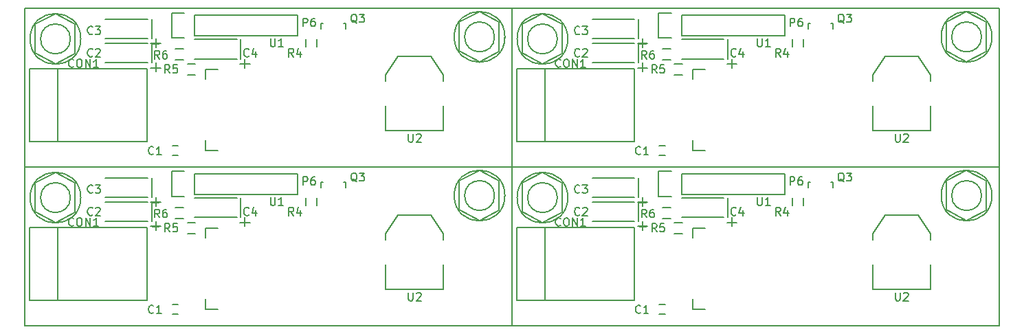
<source format=gbr>
G04 #@! TF.FileFunction,Legend,Top*
%FSLAX46Y46*%
G04 Gerber Fmt 4.6, Leading zero omitted, Abs format (unit mm)*
G04 Created by KiCad (PCBNEW (2015-01-16 BZR 5376)-product) date 1/21/2016 3:46:14 PM*
%MOMM*%
G01*
G04 APERTURE LIST*
%ADD10C,0.100000*%
%ADD11C,0.150000*%
G04 APERTURE END LIST*
D10*
D11*
X206000000Y-77500000D02*
X206000000Y-77000000D01*
X206000000Y-77000000D02*
X146000000Y-77000000D01*
X146000000Y-77000000D02*
X146000000Y-96500000D01*
X146000000Y-96500000D02*
X206000000Y-96500000D01*
X206000000Y-96500000D02*
X206000000Y-77500000D01*
X206000000Y-116050000D02*
X206000000Y-97050000D01*
X146000000Y-116050000D02*
X206000000Y-116050000D01*
X146000000Y-96550000D02*
X146000000Y-116050000D01*
X206000000Y-96550000D02*
X146000000Y-96550000D01*
X206000000Y-97050000D02*
X206000000Y-96550000D01*
X146000000Y-97050000D02*
X146000000Y-96550000D01*
X146000000Y-96550000D02*
X86000000Y-96550000D01*
X86000000Y-96550000D02*
X86000000Y-116050000D01*
X86000000Y-116050000D02*
X146000000Y-116050000D01*
X146000000Y-116050000D02*
X146000000Y-97050000D01*
X146000000Y-96500000D02*
X146000000Y-77500000D01*
X86000000Y-96500000D02*
X146000000Y-96500000D01*
X86000000Y-77000000D02*
X86000000Y-96500000D01*
X146000000Y-77000000D02*
X86000000Y-77000000D01*
X146000000Y-77500000D02*
X146000000Y-77000000D01*
X149750000Y-83850000D02*
X152150000Y-82550000D01*
X147250000Y-82450000D02*
X149750000Y-83850000D01*
X147250000Y-78950000D02*
X149750000Y-77650000D01*
X147250000Y-82550000D02*
X147250000Y-78950000D01*
X152150000Y-78950000D02*
X149750000Y-77650000D01*
X152150000Y-82550000D02*
X152150000Y-78850000D01*
X152874100Y-80750000D02*
G75*
G03X152874100Y-80750000I-3124100J0D01*
G01*
X152850000Y-80750000D02*
X152850000Y-80950000D01*
X151588478Y-80750000D02*
G75*
G03X151588478Y-80750000I-1838478J0D01*
G01*
X168275000Y-94475000D02*
X168275000Y-93225000D01*
X168275000Y-94475000D02*
X169775000Y-94475000D01*
X168275000Y-84475000D02*
X169775000Y-84475000D01*
X168275000Y-84475000D02*
X168275000Y-85725000D01*
X165550000Y-83350000D02*
X164550000Y-83350000D01*
X164550000Y-82000000D02*
X165550000Y-82000000D01*
X167000000Y-85175000D02*
X166000000Y-85175000D01*
X166000000Y-83825000D02*
X167000000Y-83825000D01*
X161100960Y-81301120D02*
X155899040Y-81301120D01*
X155899040Y-83698880D02*
X161100960Y-83698880D01*
X162099180Y-84798700D02*
X162099180Y-83698880D01*
X162698620Y-84298320D02*
X161499740Y-84298320D01*
X161596260Y-83698880D02*
X161596260Y-81301120D01*
X190444000Y-89024000D02*
X190444000Y-92072000D01*
X190444000Y-92072000D02*
X197556000Y-92072000D01*
X197556000Y-92072000D02*
X197556000Y-89024000D01*
X190444000Y-85976000D02*
X190444000Y-85214000D01*
X190444000Y-85214000D02*
X191968000Y-82928000D01*
X191968000Y-82928000D02*
X196032000Y-82928000D01*
X196032000Y-82928000D02*
X197556000Y-85214000D01*
X197556000Y-85214000D02*
X197556000Y-85976000D01*
X180575000Y-81750000D02*
X180575000Y-80750000D01*
X181925000Y-80750000D02*
X181925000Y-81750000D01*
X185299160Y-78849760D02*
X185250900Y-78849760D01*
X182500180Y-79550800D02*
X182500180Y-78849760D01*
X182500180Y-78849760D02*
X182749100Y-78849760D01*
X185299160Y-78849760D02*
X185499820Y-78849760D01*
X185499820Y-78849760D02*
X185499820Y-79550800D01*
X166870000Y-77805000D02*
X179570000Y-77805000D01*
X179570000Y-77805000D02*
X179570000Y-80345000D01*
X179570000Y-80345000D02*
X166870000Y-80345000D01*
X164050000Y-77525000D02*
X165600000Y-77525000D01*
X166870000Y-77805000D02*
X166870000Y-80345000D01*
X165600000Y-80625000D02*
X164050000Y-80625000D01*
X164050000Y-80625000D02*
X164050000Y-77525000D01*
X202000000Y-83600000D02*
X204400000Y-82300000D01*
X199500000Y-82200000D02*
X202000000Y-83600000D01*
X199500000Y-78700000D02*
X202000000Y-77400000D01*
X199500000Y-82300000D02*
X199500000Y-78700000D01*
X204400000Y-78700000D02*
X202000000Y-77400000D01*
X204400000Y-82300000D02*
X204400000Y-78600000D01*
X205124100Y-80500000D02*
G75*
G03X205124100Y-80500000I-3124100J0D01*
G01*
X205100000Y-80500000D02*
X205100000Y-80700000D01*
X203838478Y-80500000D02*
G75*
G03X203838478Y-80500000I-1838478J0D01*
G01*
X150049500Y-84399120D02*
X150049500Y-93400880D01*
X146549380Y-84399120D02*
X146549380Y-93400880D01*
X146549380Y-93400880D02*
X161050240Y-93400880D01*
X161050240Y-93400880D02*
X161050240Y-84399120D01*
X161050240Y-84399120D02*
X146549380Y-84399120D01*
X172100960Y-80801120D02*
X166899040Y-80801120D01*
X166899040Y-83198880D02*
X172100960Y-83198880D01*
X173099180Y-84298700D02*
X173099180Y-83198880D01*
X173698620Y-83798320D02*
X172499740Y-83798320D01*
X172596260Y-83198880D02*
X172596260Y-80801120D01*
X161100960Y-78301120D02*
X155899040Y-78301120D01*
X155899040Y-80698880D02*
X161100960Y-80698880D01*
X162099180Y-81798700D02*
X162099180Y-80698880D01*
X162698620Y-81298320D02*
X161499740Y-81298320D01*
X161596260Y-80698880D02*
X161596260Y-78301120D01*
X164850000Y-95100000D02*
X164150000Y-95100000D01*
X164150000Y-93900000D02*
X164850000Y-93900000D01*
X164850000Y-114650000D02*
X164150000Y-114650000D01*
X164150000Y-113450000D02*
X164850000Y-113450000D01*
X161100960Y-97851120D02*
X155899040Y-97851120D01*
X155899040Y-100248880D02*
X161100960Y-100248880D01*
X162099180Y-101348700D02*
X162099180Y-100248880D01*
X162698620Y-100848320D02*
X161499740Y-100848320D01*
X161596260Y-100248880D02*
X161596260Y-97851120D01*
X172100960Y-100351120D02*
X166899040Y-100351120D01*
X166899040Y-102748880D02*
X172100960Y-102748880D01*
X173099180Y-103848700D02*
X173099180Y-102748880D01*
X173698620Y-103348320D02*
X172499740Y-103348320D01*
X172596260Y-102748880D02*
X172596260Y-100351120D01*
X150049500Y-103949120D02*
X150049500Y-112950880D01*
X146549380Y-103949120D02*
X146549380Y-112950880D01*
X146549380Y-112950880D02*
X161050240Y-112950880D01*
X161050240Y-112950880D02*
X161050240Y-103949120D01*
X161050240Y-103949120D02*
X146549380Y-103949120D01*
X202000000Y-103150000D02*
X204400000Y-101850000D01*
X199500000Y-101750000D02*
X202000000Y-103150000D01*
X199500000Y-98250000D02*
X202000000Y-96950000D01*
X199500000Y-101850000D02*
X199500000Y-98250000D01*
X204400000Y-98250000D02*
X202000000Y-96950000D01*
X204400000Y-101850000D02*
X204400000Y-98150000D01*
X205124100Y-100050000D02*
G75*
G03X205124100Y-100050000I-3124100J0D01*
G01*
X205100000Y-100050000D02*
X205100000Y-100250000D01*
X203838478Y-100050000D02*
G75*
G03X203838478Y-100050000I-1838478J0D01*
G01*
X166870000Y-97355000D02*
X179570000Y-97355000D01*
X179570000Y-97355000D02*
X179570000Y-99895000D01*
X179570000Y-99895000D02*
X166870000Y-99895000D01*
X164050000Y-97075000D02*
X165600000Y-97075000D01*
X166870000Y-97355000D02*
X166870000Y-99895000D01*
X165600000Y-100175000D02*
X164050000Y-100175000D01*
X164050000Y-100175000D02*
X164050000Y-97075000D01*
X185299160Y-98399760D02*
X185250900Y-98399760D01*
X182500180Y-99100800D02*
X182500180Y-98399760D01*
X182500180Y-98399760D02*
X182749100Y-98399760D01*
X185299160Y-98399760D02*
X185499820Y-98399760D01*
X185499820Y-98399760D02*
X185499820Y-99100800D01*
X180575000Y-101300000D02*
X180575000Y-100300000D01*
X181925000Y-100300000D02*
X181925000Y-101300000D01*
X190444000Y-108574000D02*
X190444000Y-111622000D01*
X190444000Y-111622000D02*
X197556000Y-111622000D01*
X197556000Y-111622000D02*
X197556000Y-108574000D01*
X190444000Y-105526000D02*
X190444000Y-104764000D01*
X190444000Y-104764000D02*
X191968000Y-102478000D01*
X191968000Y-102478000D02*
X196032000Y-102478000D01*
X196032000Y-102478000D02*
X197556000Y-104764000D01*
X197556000Y-104764000D02*
X197556000Y-105526000D01*
X161100960Y-100851120D02*
X155899040Y-100851120D01*
X155899040Y-103248880D02*
X161100960Y-103248880D01*
X162099180Y-104348700D02*
X162099180Y-103248880D01*
X162698620Y-103848320D02*
X161499740Y-103848320D01*
X161596260Y-103248880D02*
X161596260Y-100851120D01*
X167000000Y-104725000D02*
X166000000Y-104725000D01*
X166000000Y-103375000D02*
X167000000Y-103375000D01*
X165550000Y-102900000D02*
X164550000Y-102900000D01*
X164550000Y-101550000D02*
X165550000Y-101550000D01*
X168275000Y-114025000D02*
X168275000Y-112775000D01*
X168275000Y-114025000D02*
X169775000Y-114025000D01*
X168275000Y-104025000D02*
X169775000Y-104025000D01*
X168275000Y-104025000D02*
X168275000Y-105275000D01*
X149750000Y-103400000D02*
X152150000Y-102100000D01*
X147250000Y-102000000D02*
X149750000Y-103400000D01*
X147250000Y-98500000D02*
X149750000Y-97200000D01*
X147250000Y-102100000D02*
X147250000Y-98500000D01*
X152150000Y-98500000D02*
X149750000Y-97200000D01*
X152150000Y-102100000D02*
X152150000Y-98400000D01*
X152874100Y-100300000D02*
G75*
G03X152874100Y-100300000I-3124100J0D01*
G01*
X152850000Y-100300000D02*
X152850000Y-100500000D01*
X151588478Y-100300000D02*
G75*
G03X151588478Y-100300000I-1838478J0D01*
G01*
X89750000Y-103400000D02*
X92150000Y-102100000D01*
X87250000Y-102000000D02*
X89750000Y-103400000D01*
X87250000Y-98500000D02*
X89750000Y-97200000D01*
X87250000Y-102100000D02*
X87250000Y-98500000D01*
X92150000Y-98500000D02*
X89750000Y-97200000D01*
X92150000Y-102100000D02*
X92150000Y-98400000D01*
X92874100Y-100300000D02*
G75*
G03X92874100Y-100300000I-3124100J0D01*
G01*
X92850000Y-100300000D02*
X92850000Y-100500000D01*
X91588478Y-100300000D02*
G75*
G03X91588478Y-100300000I-1838478J0D01*
G01*
X108275000Y-114025000D02*
X108275000Y-112775000D01*
X108275000Y-114025000D02*
X109775000Y-114025000D01*
X108275000Y-104025000D02*
X109775000Y-104025000D01*
X108275000Y-104025000D02*
X108275000Y-105275000D01*
X105550000Y-102900000D02*
X104550000Y-102900000D01*
X104550000Y-101550000D02*
X105550000Y-101550000D01*
X107000000Y-104725000D02*
X106000000Y-104725000D01*
X106000000Y-103375000D02*
X107000000Y-103375000D01*
X101100960Y-100851120D02*
X95899040Y-100851120D01*
X95899040Y-103248880D02*
X101100960Y-103248880D01*
X102099180Y-104348700D02*
X102099180Y-103248880D01*
X102698620Y-103848320D02*
X101499740Y-103848320D01*
X101596260Y-103248880D02*
X101596260Y-100851120D01*
X130444000Y-108574000D02*
X130444000Y-111622000D01*
X130444000Y-111622000D02*
X137556000Y-111622000D01*
X137556000Y-111622000D02*
X137556000Y-108574000D01*
X130444000Y-105526000D02*
X130444000Y-104764000D01*
X130444000Y-104764000D02*
X131968000Y-102478000D01*
X131968000Y-102478000D02*
X136032000Y-102478000D01*
X136032000Y-102478000D02*
X137556000Y-104764000D01*
X137556000Y-104764000D02*
X137556000Y-105526000D01*
X120575000Y-101300000D02*
X120575000Y-100300000D01*
X121925000Y-100300000D02*
X121925000Y-101300000D01*
X125299160Y-98399760D02*
X125250900Y-98399760D01*
X122500180Y-99100800D02*
X122500180Y-98399760D01*
X122500180Y-98399760D02*
X122749100Y-98399760D01*
X125299160Y-98399760D02*
X125499820Y-98399760D01*
X125499820Y-98399760D02*
X125499820Y-99100800D01*
X106870000Y-97355000D02*
X119570000Y-97355000D01*
X119570000Y-97355000D02*
X119570000Y-99895000D01*
X119570000Y-99895000D02*
X106870000Y-99895000D01*
X104050000Y-97075000D02*
X105600000Y-97075000D01*
X106870000Y-97355000D02*
X106870000Y-99895000D01*
X105600000Y-100175000D02*
X104050000Y-100175000D01*
X104050000Y-100175000D02*
X104050000Y-97075000D01*
X142000000Y-103150000D02*
X144400000Y-101850000D01*
X139500000Y-101750000D02*
X142000000Y-103150000D01*
X139500000Y-98250000D02*
X142000000Y-96950000D01*
X139500000Y-101850000D02*
X139500000Y-98250000D01*
X144400000Y-98250000D02*
X142000000Y-96950000D01*
X144400000Y-101850000D02*
X144400000Y-98150000D01*
X145124100Y-100050000D02*
G75*
G03X145124100Y-100050000I-3124100J0D01*
G01*
X145100000Y-100050000D02*
X145100000Y-100250000D01*
X143838478Y-100050000D02*
G75*
G03X143838478Y-100050000I-1838478J0D01*
G01*
X90049500Y-103949120D02*
X90049500Y-112950880D01*
X86549380Y-103949120D02*
X86549380Y-112950880D01*
X86549380Y-112950880D02*
X101050240Y-112950880D01*
X101050240Y-112950880D02*
X101050240Y-103949120D01*
X101050240Y-103949120D02*
X86549380Y-103949120D01*
X112100960Y-100351120D02*
X106899040Y-100351120D01*
X106899040Y-102748880D02*
X112100960Y-102748880D01*
X113099180Y-103848700D02*
X113099180Y-102748880D01*
X113698620Y-103348320D02*
X112499740Y-103348320D01*
X112596260Y-102748880D02*
X112596260Y-100351120D01*
X101100960Y-97851120D02*
X95899040Y-97851120D01*
X95899040Y-100248880D02*
X101100960Y-100248880D01*
X102099180Y-101348700D02*
X102099180Y-100248880D01*
X102698620Y-100848320D02*
X101499740Y-100848320D01*
X101596260Y-100248880D02*
X101596260Y-97851120D01*
X104850000Y-114650000D02*
X104150000Y-114650000D01*
X104150000Y-113450000D02*
X104850000Y-113450000D01*
X104850000Y-95100000D02*
X104150000Y-95100000D01*
X104150000Y-93900000D02*
X104850000Y-93900000D01*
X101100960Y-78301120D02*
X95899040Y-78301120D01*
X95899040Y-80698880D02*
X101100960Y-80698880D01*
X102099180Y-81798700D02*
X102099180Y-80698880D01*
X102698620Y-81298320D02*
X101499740Y-81298320D01*
X101596260Y-80698880D02*
X101596260Y-78301120D01*
X112100960Y-80801120D02*
X106899040Y-80801120D01*
X106899040Y-83198880D02*
X112100960Y-83198880D01*
X113099180Y-84298700D02*
X113099180Y-83198880D01*
X113698620Y-83798320D02*
X112499740Y-83798320D01*
X112596260Y-83198880D02*
X112596260Y-80801120D01*
X90049500Y-84399120D02*
X90049500Y-93400880D01*
X86549380Y-84399120D02*
X86549380Y-93400880D01*
X86549380Y-93400880D02*
X101050240Y-93400880D01*
X101050240Y-93400880D02*
X101050240Y-84399120D01*
X101050240Y-84399120D02*
X86549380Y-84399120D01*
X142000000Y-83600000D02*
X144400000Y-82300000D01*
X139500000Y-82200000D02*
X142000000Y-83600000D01*
X139500000Y-78700000D02*
X142000000Y-77400000D01*
X139500000Y-82300000D02*
X139500000Y-78700000D01*
X144400000Y-78700000D02*
X142000000Y-77400000D01*
X144400000Y-82300000D02*
X144400000Y-78600000D01*
X145124100Y-80500000D02*
G75*
G03X145124100Y-80500000I-3124100J0D01*
G01*
X145100000Y-80500000D02*
X145100000Y-80700000D01*
X143838478Y-80500000D02*
G75*
G03X143838478Y-80500000I-1838478J0D01*
G01*
X106870000Y-77805000D02*
X119570000Y-77805000D01*
X119570000Y-77805000D02*
X119570000Y-80345000D01*
X119570000Y-80345000D02*
X106870000Y-80345000D01*
X104050000Y-77525000D02*
X105600000Y-77525000D01*
X106870000Y-77805000D02*
X106870000Y-80345000D01*
X105600000Y-80625000D02*
X104050000Y-80625000D01*
X104050000Y-80625000D02*
X104050000Y-77525000D01*
X125299160Y-78849760D02*
X125250900Y-78849760D01*
X122500180Y-79550800D02*
X122500180Y-78849760D01*
X122500180Y-78849760D02*
X122749100Y-78849760D01*
X125299160Y-78849760D02*
X125499820Y-78849760D01*
X125499820Y-78849760D02*
X125499820Y-79550800D01*
X120575000Y-81750000D02*
X120575000Y-80750000D01*
X121925000Y-80750000D02*
X121925000Y-81750000D01*
X130444000Y-89024000D02*
X130444000Y-92072000D01*
X130444000Y-92072000D02*
X137556000Y-92072000D01*
X137556000Y-92072000D02*
X137556000Y-89024000D01*
X130444000Y-85976000D02*
X130444000Y-85214000D01*
X130444000Y-85214000D02*
X131968000Y-82928000D01*
X131968000Y-82928000D02*
X136032000Y-82928000D01*
X136032000Y-82928000D02*
X137556000Y-85214000D01*
X137556000Y-85214000D02*
X137556000Y-85976000D01*
X101100960Y-81301120D02*
X95899040Y-81301120D01*
X95899040Y-83698880D02*
X101100960Y-83698880D01*
X102099180Y-84798700D02*
X102099180Y-83698880D01*
X102698620Y-84298320D02*
X101499740Y-84298320D01*
X101596260Y-83698880D02*
X101596260Y-81301120D01*
X107000000Y-85175000D02*
X106000000Y-85175000D01*
X106000000Y-83825000D02*
X107000000Y-83825000D01*
X105550000Y-83350000D02*
X104550000Y-83350000D01*
X104550000Y-82000000D02*
X105550000Y-82000000D01*
X108275000Y-94475000D02*
X108275000Y-93225000D01*
X108275000Y-94475000D02*
X109775000Y-94475000D01*
X108275000Y-84475000D02*
X109775000Y-84475000D01*
X108275000Y-84475000D02*
X108275000Y-85725000D01*
X89750000Y-83850000D02*
X92150000Y-82550000D01*
X87250000Y-82450000D02*
X89750000Y-83850000D01*
X87250000Y-78950000D02*
X89750000Y-77650000D01*
X87250000Y-82550000D02*
X87250000Y-78950000D01*
X92150000Y-78950000D02*
X89750000Y-77650000D01*
X92150000Y-82550000D02*
X92150000Y-78850000D01*
X92874100Y-80750000D02*
G75*
G03X92874100Y-80750000I-3124100J0D01*
G01*
X92850000Y-80750000D02*
X92850000Y-80950000D01*
X91588478Y-80750000D02*
G75*
G03X91588478Y-80750000I-1838478J0D01*
G01*
X176238095Y-80702381D02*
X176238095Y-81511905D01*
X176285714Y-81607143D01*
X176333333Y-81654762D01*
X176428571Y-81702381D01*
X176619048Y-81702381D01*
X176714286Y-81654762D01*
X176761905Y-81607143D01*
X176809524Y-81511905D01*
X176809524Y-80702381D01*
X177809524Y-81702381D02*
X177238095Y-81702381D01*
X177523809Y-81702381D02*
X177523809Y-80702381D01*
X177428571Y-80845238D01*
X177333333Y-80940476D01*
X177238095Y-80988095D01*
X162583334Y-83202381D02*
X162250000Y-82726190D01*
X162011905Y-83202381D02*
X162011905Y-82202381D01*
X162392858Y-82202381D01*
X162488096Y-82250000D01*
X162535715Y-82297619D01*
X162583334Y-82392857D01*
X162583334Y-82535714D01*
X162535715Y-82630952D01*
X162488096Y-82678571D01*
X162392858Y-82726190D01*
X162011905Y-82726190D01*
X163440477Y-82202381D02*
X163250000Y-82202381D01*
X163154762Y-82250000D01*
X163107143Y-82297619D01*
X163011905Y-82440476D01*
X162964286Y-82630952D01*
X162964286Y-83011905D01*
X163011905Y-83107143D01*
X163059524Y-83154762D01*
X163154762Y-83202381D01*
X163345239Y-83202381D01*
X163440477Y-83154762D01*
X163488096Y-83107143D01*
X163535715Y-83011905D01*
X163535715Y-82773810D01*
X163488096Y-82678571D01*
X163440477Y-82630952D01*
X163345239Y-82583333D01*
X163154762Y-82583333D01*
X163059524Y-82630952D01*
X163011905Y-82678571D01*
X162964286Y-82773810D01*
X163833334Y-84952381D02*
X163500000Y-84476190D01*
X163261905Y-84952381D02*
X163261905Y-83952381D01*
X163642858Y-83952381D01*
X163738096Y-84000000D01*
X163785715Y-84047619D01*
X163833334Y-84142857D01*
X163833334Y-84285714D01*
X163785715Y-84380952D01*
X163738096Y-84428571D01*
X163642858Y-84476190D01*
X163261905Y-84476190D01*
X164738096Y-83952381D02*
X164261905Y-83952381D01*
X164214286Y-84428571D01*
X164261905Y-84380952D01*
X164357143Y-84333333D01*
X164595239Y-84333333D01*
X164690477Y-84380952D01*
X164738096Y-84428571D01*
X164785715Y-84523810D01*
X164785715Y-84761905D01*
X164738096Y-84857143D01*
X164690477Y-84904762D01*
X164595239Y-84952381D01*
X164357143Y-84952381D01*
X164261905Y-84904762D01*
X164214286Y-84857143D01*
X154333334Y-82857143D02*
X154285715Y-82904762D01*
X154142858Y-82952381D01*
X154047620Y-82952381D01*
X153904762Y-82904762D01*
X153809524Y-82809524D01*
X153761905Y-82714286D01*
X153714286Y-82523810D01*
X153714286Y-82380952D01*
X153761905Y-82190476D01*
X153809524Y-82095238D01*
X153904762Y-82000000D01*
X154047620Y-81952381D01*
X154142858Y-81952381D01*
X154285715Y-82000000D01*
X154333334Y-82047619D01*
X154714286Y-82047619D02*
X154761905Y-82000000D01*
X154857143Y-81952381D01*
X155095239Y-81952381D01*
X155190477Y-82000000D01*
X155238096Y-82047619D01*
X155285715Y-82142857D01*
X155285715Y-82238095D01*
X155238096Y-82380952D01*
X154666667Y-82952381D01*
X155285715Y-82952381D01*
X161718228Y-84372289D02*
X162480133Y-84372289D01*
X162099181Y-84753241D02*
X162099181Y-83991336D01*
X193238095Y-92452381D02*
X193238095Y-93261905D01*
X193285714Y-93357143D01*
X193333333Y-93404762D01*
X193428571Y-93452381D01*
X193619048Y-93452381D01*
X193714286Y-93404762D01*
X193761905Y-93357143D01*
X193809524Y-93261905D01*
X193809524Y-92452381D01*
X194238095Y-92547619D02*
X194285714Y-92500000D01*
X194380952Y-92452381D01*
X194619048Y-92452381D01*
X194714286Y-92500000D01*
X194761905Y-92547619D01*
X194809524Y-92642857D01*
X194809524Y-92738095D01*
X194761905Y-92880952D01*
X194190476Y-93452381D01*
X194809524Y-93452381D01*
X179083334Y-82952381D02*
X178750000Y-82476190D01*
X178511905Y-82952381D02*
X178511905Y-81952381D01*
X178892858Y-81952381D01*
X178988096Y-82000000D01*
X179035715Y-82047619D01*
X179083334Y-82142857D01*
X179083334Y-82285714D01*
X179035715Y-82380952D01*
X178988096Y-82428571D01*
X178892858Y-82476190D01*
X178511905Y-82476190D01*
X179940477Y-82285714D02*
X179940477Y-82952381D01*
X179702381Y-81904762D02*
X179464286Y-82619048D01*
X180083334Y-82619048D01*
X186904762Y-78797619D02*
X186809524Y-78750000D01*
X186714286Y-78654762D01*
X186571429Y-78511905D01*
X186476190Y-78464286D01*
X186380952Y-78464286D01*
X186428571Y-78702381D02*
X186333333Y-78654762D01*
X186238095Y-78559524D01*
X186190476Y-78369048D01*
X186190476Y-78035714D01*
X186238095Y-77845238D01*
X186333333Y-77750000D01*
X186428571Y-77702381D01*
X186619048Y-77702381D01*
X186714286Y-77750000D01*
X186809524Y-77845238D01*
X186857143Y-78035714D01*
X186857143Y-78369048D01*
X186809524Y-78559524D01*
X186714286Y-78654762D01*
X186619048Y-78702381D01*
X186428571Y-78702381D01*
X187190476Y-77702381D02*
X187809524Y-77702381D01*
X187476190Y-78083333D01*
X187619048Y-78083333D01*
X187714286Y-78130952D01*
X187761905Y-78178571D01*
X187809524Y-78273810D01*
X187809524Y-78511905D01*
X187761905Y-78607143D01*
X187714286Y-78654762D01*
X187619048Y-78702381D01*
X187333333Y-78702381D01*
X187238095Y-78654762D01*
X187190476Y-78607143D01*
X180261905Y-79202381D02*
X180261905Y-78202381D01*
X180642858Y-78202381D01*
X180738096Y-78250000D01*
X180785715Y-78297619D01*
X180833334Y-78392857D01*
X180833334Y-78535714D01*
X180785715Y-78630952D01*
X180738096Y-78678571D01*
X180642858Y-78726190D01*
X180261905Y-78726190D01*
X181690477Y-78202381D02*
X181500000Y-78202381D01*
X181404762Y-78250000D01*
X181357143Y-78297619D01*
X181261905Y-78440476D01*
X181214286Y-78630952D01*
X181214286Y-79011905D01*
X181261905Y-79107143D01*
X181309524Y-79154762D01*
X181404762Y-79202381D01*
X181595239Y-79202381D01*
X181690477Y-79154762D01*
X181738096Y-79107143D01*
X181785715Y-79011905D01*
X181785715Y-78773810D01*
X181738096Y-78678571D01*
X181690477Y-78630952D01*
X181595239Y-78583333D01*
X181404762Y-78583333D01*
X181309524Y-78630952D01*
X181261905Y-78678571D01*
X181214286Y-78773810D01*
X151985715Y-84157143D02*
X151938096Y-84204762D01*
X151795239Y-84252381D01*
X151700001Y-84252381D01*
X151557143Y-84204762D01*
X151461905Y-84109524D01*
X151414286Y-84014286D01*
X151366667Y-83823810D01*
X151366667Y-83680952D01*
X151414286Y-83490476D01*
X151461905Y-83395238D01*
X151557143Y-83300000D01*
X151700001Y-83252381D01*
X151795239Y-83252381D01*
X151938096Y-83300000D01*
X151985715Y-83347619D01*
X152604762Y-83252381D02*
X152795239Y-83252381D01*
X152890477Y-83300000D01*
X152985715Y-83395238D01*
X153033334Y-83585714D01*
X153033334Y-83919048D01*
X152985715Y-84109524D01*
X152890477Y-84204762D01*
X152795239Y-84252381D01*
X152604762Y-84252381D01*
X152509524Y-84204762D01*
X152414286Y-84109524D01*
X152366667Y-83919048D01*
X152366667Y-83585714D01*
X152414286Y-83395238D01*
X152509524Y-83300000D01*
X152604762Y-83252381D01*
X153461905Y-84252381D02*
X153461905Y-83252381D01*
X154033334Y-84252381D01*
X154033334Y-83252381D01*
X155033334Y-84252381D02*
X154461905Y-84252381D01*
X154747619Y-84252381D02*
X154747619Y-83252381D01*
X154652381Y-83395238D01*
X154557143Y-83490476D01*
X154461905Y-83538095D01*
X173583334Y-82857143D02*
X173535715Y-82904762D01*
X173392858Y-82952381D01*
X173297620Y-82952381D01*
X173154762Y-82904762D01*
X173059524Y-82809524D01*
X173011905Y-82714286D01*
X172964286Y-82523810D01*
X172964286Y-82380952D01*
X173011905Y-82190476D01*
X173059524Y-82095238D01*
X173154762Y-82000000D01*
X173297620Y-81952381D01*
X173392858Y-81952381D01*
X173535715Y-82000000D01*
X173583334Y-82047619D01*
X174440477Y-82285714D02*
X174440477Y-82952381D01*
X174202381Y-81904762D02*
X173964286Y-82619048D01*
X174583334Y-82619048D01*
X172718228Y-83872289D02*
X173480133Y-83872289D01*
X173099181Y-84253241D02*
X173099181Y-83491336D01*
X154333334Y-80107143D02*
X154285715Y-80154762D01*
X154142858Y-80202381D01*
X154047620Y-80202381D01*
X153904762Y-80154762D01*
X153809524Y-80059524D01*
X153761905Y-79964286D01*
X153714286Y-79773810D01*
X153714286Y-79630952D01*
X153761905Y-79440476D01*
X153809524Y-79345238D01*
X153904762Y-79250000D01*
X154047620Y-79202381D01*
X154142858Y-79202381D01*
X154285715Y-79250000D01*
X154333334Y-79297619D01*
X154666667Y-79202381D02*
X155285715Y-79202381D01*
X154952381Y-79583333D01*
X155095239Y-79583333D01*
X155190477Y-79630952D01*
X155238096Y-79678571D01*
X155285715Y-79773810D01*
X155285715Y-80011905D01*
X155238096Y-80107143D01*
X155190477Y-80154762D01*
X155095239Y-80202381D01*
X154809524Y-80202381D01*
X154714286Y-80154762D01*
X154666667Y-80107143D01*
X161718228Y-81372289D02*
X162480133Y-81372289D01*
X162099181Y-81753241D02*
X162099181Y-80991336D01*
X161833334Y-94907143D02*
X161785715Y-94954762D01*
X161642858Y-95002381D01*
X161547620Y-95002381D01*
X161404762Y-94954762D01*
X161309524Y-94859524D01*
X161261905Y-94764286D01*
X161214286Y-94573810D01*
X161214286Y-94430952D01*
X161261905Y-94240476D01*
X161309524Y-94145238D01*
X161404762Y-94050000D01*
X161547620Y-94002381D01*
X161642858Y-94002381D01*
X161785715Y-94050000D01*
X161833334Y-94097619D01*
X162785715Y-95002381D02*
X162214286Y-95002381D01*
X162500000Y-95002381D02*
X162500000Y-94002381D01*
X162404762Y-94145238D01*
X162309524Y-94240476D01*
X162214286Y-94288095D01*
X161833334Y-114457143D02*
X161785715Y-114504762D01*
X161642858Y-114552381D01*
X161547620Y-114552381D01*
X161404762Y-114504762D01*
X161309524Y-114409524D01*
X161261905Y-114314286D01*
X161214286Y-114123810D01*
X161214286Y-113980952D01*
X161261905Y-113790476D01*
X161309524Y-113695238D01*
X161404762Y-113600000D01*
X161547620Y-113552381D01*
X161642858Y-113552381D01*
X161785715Y-113600000D01*
X161833334Y-113647619D01*
X162785715Y-114552381D02*
X162214286Y-114552381D01*
X162500000Y-114552381D02*
X162500000Y-113552381D01*
X162404762Y-113695238D01*
X162309524Y-113790476D01*
X162214286Y-113838095D01*
X154333334Y-99657143D02*
X154285715Y-99704762D01*
X154142858Y-99752381D01*
X154047620Y-99752381D01*
X153904762Y-99704762D01*
X153809524Y-99609524D01*
X153761905Y-99514286D01*
X153714286Y-99323810D01*
X153714286Y-99180952D01*
X153761905Y-98990476D01*
X153809524Y-98895238D01*
X153904762Y-98800000D01*
X154047620Y-98752381D01*
X154142858Y-98752381D01*
X154285715Y-98800000D01*
X154333334Y-98847619D01*
X154666667Y-98752381D02*
X155285715Y-98752381D01*
X154952381Y-99133333D01*
X155095239Y-99133333D01*
X155190477Y-99180952D01*
X155238096Y-99228571D01*
X155285715Y-99323810D01*
X155285715Y-99561905D01*
X155238096Y-99657143D01*
X155190477Y-99704762D01*
X155095239Y-99752381D01*
X154809524Y-99752381D01*
X154714286Y-99704762D01*
X154666667Y-99657143D01*
X161718228Y-100922289D02*
X162480133Y-100922289D01*
X162099181Y-101303241D02*
X162099181Y-100541336D01*
X173583334Y-102407143D02*
X173535715Y-102454762D01*
X173392858Y-102502381D01*
X173297620Y-102502381D01*
X173154762Y-102454762D01*
X173059524Y-102359524D01*
X173011905Y-102264286D01*
X172964286Y-102073810D01*
X172964286Y-101930952D01*
X173011905Y-101740476D01*
X173059524Y-101645238D01*
X173154762Y-101550000D01*
X173297620Y-101502381D01*
X173392858Y-101502381D01*
X173535715Y-101550000D01*
X173583334Y-101597619D01*
X174440477Y-101835714D02*
X174440477Y-102502381D01*
X174202381Y-101454762D02*
X173964286Y-102169048D01*
X174583334Y-102169048D01*
X172718228Y-103422289D02*
X173480133Y-103422289D01*
X173099181Y-103803241D02*
X173099181Y-103041336D01*
X151985715Y-103707143D02*
X151938096Y-103754762D01*
X151795239Y-103802381D01*
X151700001Y-103802381D01*
X151557143Y-103754762D01*
X151461905Y-103659524D01*
X151414286Y-103564286D01*
X151366667Y-103373810D01*
X151366667Y-103230952D01*
X151414286Y-103040476D01*
X151461905Y-102945238D01*
X151557143Y-102850000D01*
X151700001Y-102802381D01*
X151795239Y-102802381D01*
X151938096Y-102850000D01*
X151985715Y-102897619D01*
X152604762Y-102802381D02*
X152795239Y-102802381D01*
X152890477Y-102850000D01*
X152985715Y-102945238D01*
X153033334Y-103135714D01*
X153033334Y-103469048D01*
X152985715Y-103659524D01*
X152890477Y-103754762D01*
X152795239Y-103802381D01*
X152604762Y-103802381D01*
X152509524Y-103754762D01*
X152414286Y-103659524D01*
X152366667Y-103469048D01*
X152366667Y-103135714D01*
X152414286Y-102945238D01*
X152509524Y-102850000D01*
X152604762Y-102802381D01*
X153461905Y-103802381D02*
X153461905Y-102802381D01*
X154033334Y-103802381D01*
X154033334Y-102802381D01*
X155033334Y-103802381D02*
X154461905Y-103802381D01*
X154747619Y-103802381D02*
X154747619Y-102802381D01*
X154652381Y-102945238D01*
X154557143Y-103040476D01*
X154461905Y-103088095D01*
X180261905Y-98752381D02*
X180261905Y-97752381D01*
X180642858Y-97752381D01*
X180738096Y-97800000D01*
X180785715Y-97847619D01*
X180833334Y-97942857D01*
X180833334Y-98085714D01*
X180785715Y-98180952D01*
X180738096Y-98228571D01*
X180642858Y-98276190D01*
X180261905Y-98276190D01*
X181690477Y-97752381D02*
X181500000Y-97752381D01*
X181404762Y-97800000D01*
X181357143Y-97847619D01*
X181261905Y-97990476D01*
X181214286Y-98180952D01*
X181214286Y-98561905D01*
X181261905Y-98657143D01*
X181309524Y-98704762D01*
X181404762Y-98752381D01*
X181595239Y-98752381D01*
X181690477Y-98704762D01*
X181738096Y-98657143D01*
X181785715Y-98561905D01*
X181785715Y-98323810D01*
X181738096Y-98228571D01*
X181690477Y-98180952D01*
X181595239Y-98133333D01*
X181404762Y-98133333D01*
X181309524Y-98180952D01*
X181261905Y-98228571D01*
X181214286Y-98323810D01*
X186904762Y-98347619D02*
X186809524Y-98300000D01*
X186714286Y-98204762D01*
X186571429Y-98061905D01*
X186476190Y-98014286D01*
X186380952Y-98014286D01*
X186428571Y-98252381D02*
X186333333Y-98204762D01*
X186238095Y-98109524D01*
X186190476Y-97919048D01*
X186190476Y-97585714D01*
X186238095Y-97395238D01*
X186333333Y-97300000D01*
X186428571Y-97252381D01*
X186619048Y-97252381D01*
X186714286Y-97300000D01*
X186809524Y-97395238D01*
X186857143Y-97585714D01*
X186857143Y-97919048D01*
X186809524Y-98109524D01*
X186714286Y-98204762D01*
X186619048Y-98252381D01*
X186428571Y-98252381D01*
X187190476Y-97252381D02*
X187809524Y-97252381D01*
X187476190Y-97633333D01*
X187619048Y-97633333D01*
X187714286Y-97680952D01*
X187761905Y-97728571D01*
X187809524Y-97823810D01*
X187809524Y-98061905D01*
X187761905Y-98157143D01*
X187714286Y-98204762D01*
X187619048Y-98252381D01*
X187333333Y-98252381D01*
X187238095Y-98204762D01*
X187190476Y-98157143D01*
X179083334Y-102502381D02*
X178750000Y-102026190D01*
X178511905Y-102502381D02*
X178511905Y-101502381D01*
X178892858Y-101502381D01*
X178988096Y-101550000D01*
X179035715Y-101597619D01*
X179083334Y-101692857D01*
X179083334Y-101835714D01*
X179035715Y-101930952D01*
X178988096Y-101978571D01*
X178892858Y-102026190D01*
X178511905Y-102026190D01*
X179940477Y-101835714D02*
X179940477Y-102502381D01*
X179702381Y-101454762D02*
X179464286Y-102169048D01*
X180083334Y-102169048D01*
X193238095Y-112002381D02*
X193238095Y-112811905D01*
X193285714Y-112907143D01*
X193333333Y-112954762D01*
X193428571Y-113002381D01*
X193619048Y-113002381D01*
X193714286Y-112954762D01*
X193761905Y-112907143D01*
X193809524Y-112811905D01*
X193809524Y-112002381D01*
X194238095Y-112097619D02*
X194285714Y-112050000D01*
X194380952Y-112002381D01*
X194619048Y-112002381D01*
X194714286Y-112050000D01*
X194761905Y-112097619D01*
X194809524Y-112192857D01*
X194809524Y-112288095D01*
X194761905Y-112430952D01*
X194190476Y-113002381D01*
X194809524Y-113002381D01*
X154333334Y-102407143D02*
X154285715Y-102454762D01*
X154142858Y-102502381D01*
X154047620Y-102502381D01*
X153904762Y-102454762D01*
X153809524Y-102359524D01*
X153761905Y-102264286D01*
X153714286Y-102073810D01*
X153714286Y-101930952D01*
X153761905Y-101740476D01*
X153809524Y-101645238D01*
X153904762Y-101550000D01*
X154047620Y-101502381D01*
X154142858Y-101502381D01*
X154285715Y-101550000D01*
X154333334Y-101597619D01*
X154714286Y-101597619D02*
X154761905Y-101550000D01*
X154857143Y-101502381D01*
X155095239Y-101502381D01*
X155190477Y-101550000D01*
X155238096Y-101597619D01*
X155285715Y-101692857D01*
X155285715Y-101788095D01*
X155238096Y-101930952D01*
X154666667Y-102502381D01*
X155285715Y-102502381D01*
X161718228Y-103922289D02*
X162480133Y-103922289D01*
X162099181Y-104303241D02*
X162099181Y-103541336D01*
X163833334Y-104502381D02*
X163500000Y-104026190D01*
X163261905Y-104502381D02*
X163261905Y-103502381D01*
X163642858Y-103502381D01*
X163738096Y-103550000D01*
X163785715Y-103597619D01*
X163833334Y-103692857D01*
X163833334Y-103835714D01*
X163785715Y-103930952D01*
X163738096Y-103978571D01*
X163642858Y-104026190D01*
X163261905Y-104026190D01*
X164738096Y-103502381D02*
X164261905Y-103502381D01*
X164214286Y-103978571D01*
X164261905Y-103930952D01*
X164357143Y-103883333D01*
X164595239Y-103883333D01*
X164690477Y-103930952D01*
X164738096Y-103978571D01*
X164785715Y-104073810D01*
X164785715Y-104311905D01*
X164738096Y-104407143D01*
X164690477Y-104454762D01*
X164595239Y-104502381D01*
X164357143Y-104502381D01*
X164261905Y-104454762D01*
X164214286Y-104407143D01*
X162583334Y-102752381D02*
X162250000Y-102276190D01*
X162011905Y-102752381D02*
X162011905Y-101752381D01*
X162392858Y-101752381D01*
X162488096Y-101800000D01*
X162535715Y-101847619D01*
X162583334Y-101942857D01*
X162583334Y-102085714D01*
X162535715Y-102180952D01*
X162488096Y-102228571D01*
X162392858Y-102276190D01*
X162011905Y-102276190D01*
X163440477Y-101752381D02*
X163250000Y-101752381D01*
X163154762Y-101800000D01*
X163107143Y-101847619D01*
X163011905Y-101990476D01*
X162964286Y-102180952D01*
X162964286Y-102561905D01*
X163011905Y-102657143D01*
X163059524Y-102704762D01*
X163154762Y-102752381D01*
X163345239Y-102752381D01*
X163440477Y-102704762D01*
X163488096Y-102657143D01*
X163535715Y-102561905D01*
X163535715Y-102323810D01*
X163488096Y-102228571D01*
X163440477Y-102180952D01*
X163345239Y-102133333D01*
X163154762Y-102133333D01*
X163059524Y-102180952D01*
X163011905Y-102228571D01*
X162964286Y-102323810D01*
X176238095Y-100252381D02*
X176238095Y-101061905D01*
X176285714Y-101157143D01*
X176333333Y-101204762D01*
X176428571Y-101252381D01*
X176619048Y-101252381D01*
X176714286Y-101204762D01*
X176761905Y-101157143D01*
X176809524Y-101061905D01*
X176809524Y-100252381D01*
X177809524Y-101252381D02*
X177238095Y-101252381D01*
X177523809Y-101252381D02*
X177523809Y-100252381D01*
X177428571Y-100395238D01*
X177333333Y-100490476D01*
X177238095Y-100538095D01*
X116238095Y-100252381D02*
X116238095Y-101061905D01*
X116285714Y-101157143D01*
X116333333Y-101204762D01*
X116428571Y-101252381D01*
X116619048Y-101252381D01*
X116714286Y-101204762D01*
X116761905Y-101157143D01*
X116809524Y-101061905D01*
X116809524Y-100252381D01*
X117809524Y-101252381D02*
X117238095Y-101252381D01*
X117523809Y-101252381D02*
X117523809Y-100252381D01*
X117428571Y-100395238D01*
X117333333Y-100490476D01*
X117238095Y-100538095D01*
X102583334Y-102752381D02*
X102250000Y-102276190D01*
X102011905Y-102752381D02*
X102011905Y-101752381D01*
X102392858Y-101752381D01*
X102488096Y-101800000D01*
X102535715Y-101847619D01*
X102583334Y-101942857D01*
X102583334Y-102085714D01*
X102535715Y-102180952D01*
X102488096Y-102228571D01*
X102392858Y-102276190D01*
X102011905Y-102276190D01*
X103440477Y-101752381D02*
X103250000Y-101752381D01*
X103154762Y-101800000D01*
X103107143Y-101847619D01*
X103011905Y-101990476D01*
X102964286Y-102180952D01*
X102964286Y-102561905D01*
X103011905Y-102657143D01*
X103059524Y-102704762D01*
X103154762Y-102752381D01*
X103345239Y-102752381D01*
X103440477Y-102704762D01*
X103488096Y-102657143D01*
X103535715Y-102561905D01*
X103535715Y-102323810D01*
X103488096Y-102228571D01*
X103440477Y-102180952D01*
X103345239Y-102133333D01*
X103154762Y-102133333D01*
X103059524Y-102180952D01*
X103011905Y-102228571D01*
X102964286Y-102323810D01*
X103833334Y-104502381D02*
X103500000Y-104026190D01*
X103261905Y-104502381D02*
X103261905Y-103502381D01*
X103642858Y-103502381D01*
X103738096Y-103550000D01*
X103785715Y-103597619D01*
X103833334Y-103692857D01*
X103833334Y-103835714D01*
X103785715Y-103930952D01*
X103738096Y-103978571D01*
X103642858Y-104026190D01*
X103261905Y-104026190D01*
X104738096Y-103502381D02*
X104261905Y-103502381D01*
X104214286Y-103978571D01*
X104261905Y-103930952D01*
X104357143Y-103883333D01*
X104595239Y-103883333D01*
X104690477Y-103930952D01*
X104738096Y-103978571D01*
X104785715Y-104073810D01*
X104785715Y-104311905D01*
X104738096Y-104407143D01*
X104690477Y-104454762D01*
X104595239Y-104502381D01*
X104357143Y-104502381D01*
X104261905Y-104454762D01*
X104214286Y-104407143D01*
X94333334Y-102407143D02*
X94285715Y-102454762D01*
X94142858Y-102502381D01*
X94047620Y-102502381D01*
X93904762Y-102454762D01*
X93809524Y-102359524D01*
X93761905Y-102264286D01*
X93714286Y-102073810D01*
X93714286Y-101930952D01*
X93761905Y-101740476D01*
X93809524Y-101645238D01*
X93904762Y-101550000D01*
X94047620Y-101502381D01*
X94142858Y-101502381D01*
X94285715Y-101550000D01*
X94333334Y-101597619D01*
X94714286Y-101597619D02*
X94761905Y-101550000D01*
X94857143Y-101502381D01*
X95095239Y-101502381D01*
X95190477Y-101550000D01*
X95238096Y-101597619D01*
X95285715Y-101692857D01*
X95285715Y-101788095D01*
X95238096Y-101930952D01*
X94666667Y-102502381D01*
X95285715Y-102502381D01*
X101718228Y-103922289D02*
X102480133Y-103922289D01*
X102099181Y-104303241D02*
X102099181Y-103541336D01*
X133238095Y-112002381D02*
X133238095Y-112811905D01*
X133285714Y-112907143D01*
X133333333Y-112954762D01*
X133428571Y-113002381D01*
X133619048Y-113002381D01*
X133714286Y-112954762D01*
X133761905Y-112907143D01*
X133809524Y-112811905D01*
X133809524Y-112002381D01*
X134238095Y-112097619D02*
X134285714Y-112050000D01*
X134380952Y-112002381D01*
X134619048Y-112002381D01*
X134714286Y-112050000D01*
X134761905Y-112097619D01*
X134809524Y-112192857D01*
X134809524Y-112288095D01*
X134761905Y-112430952D01*
X134190476Y-113002381D01*
X134809524Y-113002381D01*
X119083334Y-102502381D02*
X118750000Y-102026190D01*
X118511905Y-102502381D02*
X118511905Y-101502381D01*
X118892858Y-101502381D01*
X118988096Y-101550000D01*
X119035715Y-101597619D01*
X119083334Y-101692857D01*
X119083334Y-101835714D01*
X119035715Y-101930952D01*
X118988096Y-101978571D01*
X118892858Y-102026190D01*
X118511905Y-102026190D01*
X119940477Y-101835714D02*
X119940477Y-102502381D01*
X119702381Y-101454762D02*
X119464286Y-102169048D01*
X120083334Y-102169048D01*
X126904762Y-98347619D02*
X126809524Y-98300000D01*
X126714286Y-98204762D01*
X126571429Y-98061905D01*
X126476190Y-98014286D01*
X126380952Y-98014286D01*
X126428571Y-98252381D02*
X126333333Y-98204762D01*
X126238095Y-98109524D01*
X126190476Y-97919048D01*
X126190476Y-97585714D01*
X126238095Y-97395238D01*
X126333333Y-97300000D01*
X126428571Y-97252381D01*
X126619048Y-97252381D01*
X126714286Y-97300000D01*
X126809524Y-97395238D01*
X126857143Y-97585714D01*
X126857143Y-97919048D01*
X126809524Y-98109524D01*
X126714286Y-98204762D01*
X126619048Y-98252381D01*
X126428571Y-98252381D01*
X127190476Y-97252381D02*
X127809524Y-97252381D01*
X127476190Y-97633333D01*
X127619048Y-97633333D01*
X127714286Y-97680952D01*
X127761905Y-97728571D01*
X127809524Y-97823810D01*
X127809524Y-98061905D01*
X127761905Y-98157143D01*
X127714286Y-98204762D01*
X127619048Y-98252381D01*
X127333333Y-98252381D01*
X127238095Y-98204762D01*
X127190476Y-98157143D01*
X120261905Y-98752381D02*
X120261905Y-97752381D01*
X120642858Y-97752381D01*
X120738096Y-97800000D01*
X120785715Y-97847619D01*
X120833334Y-97942857D01*
X120833334Y-98085714D01*
X120785715Y-98180952D01*
X120738096Y-98228571D01*
X120642858Y-98276190D01*
X120261905Y-98276190D01*
X121690477Y-97752381D02*
X121500000Y-97752381D01*
X121404762Y-97800000D01*
X121357143Y-97847619D01*
X121261905Y-97990476D01*
X121214286Y-98180952D01*
X121214286Y-98561905D01*
X121261905Y-98657143D01*
X121309524Y-98704762D01*
X121404762Y-98752381D01*
X121595239Y-98752381D01*
X121690477Y-98704762D01*
X121738096Y-98657143D01*
X121785715Y-98561905D01*
X121785715Y-98323810D01*
X121738096Y-98228571D01*
X121690477Y-98180952D01*
X121595239Y-98133333D01*
X121404762Y-98133333D01*
X121309524Y-98180952D01*
X121261905Y-98228571D01*
X121214286Y-98323810D01*
X91985715Y-103707143D02*
X91938096Y-103754762D01*
X91795239Y-103802381D01*
X91700001Y-103802381D01*
X91557143Y-103754762D01*
X91461905Y-103659524D01*
X91414286Y-103564286D01*
X91366667Y-103373810D01*
X91366667Y-103230952D01*
X91414286Y-103040476D01*
X91461905Y-102945238D01*
X91557143Y-102850000D01*
X91700001Y-102802381D01*
X91795239Y-102802381D01*
X91938096Y-102850000D01*
X91985715Y-102897619D01*
X92604762Y-102802381D02*
X92795239Y-102802381D01*
X92890477Y-102850000D01*
X92985715Y-102945238D01*
X93033334Y-103135714D01*
X93033334Y-103469048D01*
X92985715Y-103659524D01*
X92890477Y-103754762D01*
X92795239Y-103802381D01*
X92604762Y-103802381D01*
X92509524Y-103754762D01*
X92414286Y-103659524D01*
X92366667Y-103469048D01*
X92366667Y-103135714D01*
X92414286Y-102945238D01*
X92509524Y-102850000D01*
X92604762Y-102802381D01*
X93461905Y-103802381D02*
X93461905Y-102802381D01*
X94033334Y-103802381D01*
X94033334Y-102802381D01*
X95033334Y-103802381D02*
X94461905Y-103802381D01*
X94747619Y-103802381D02*
X94747619Y-102802381D01*
X94652381Y-102945238D01*
X94557143Y-103040476D01*
X94461905Y-103088095D01*
X113583334Y-102407143D02*
X113535715Y-102454762D01*
X113392858Y-102502381D01*
X113297620Y-102502381D01*
X113154762Y-102454762D01*
X113059524Y-102359524D01*
X113011905Y-102264286D01*
X112964286Y-102073810D01*
X112964286Y-101930952D01*
X113011905Y-101740476D01*
X113059524Y-101645238D01*
X113154762Y-101550000D01*
X113297620Y-101502381D01*
X113392858Y-101502381D01*
X113535715Y-101550000D01*
X113583334Y-101597619D01*
X114440477Y-101835714D02*
X114440477Y-102502381D01*
X114202381Y-101454762D02*
X113964286Y-102169048D01*
X114583334Y-102169048D01*
X112718228Y-103422289D02*
X113480133Y-103422289D01*
X113099181Y-103803241D02*
X113099181Y-103041336D01*
X94333334Y-99657143D02*
X94285715Y-99704762D01*
X94142858Y-99752381D01*
X94047620Y-99752381D01*
X93904762Y-99704762D01*
X93809524Y-99609524D01*
X93761905Y-99514286D01*
X93714286Y-99323810D01*
X93714286Y-99180952D01*
X93761905Y-98990476D01*
X93809524Y-98895238D01*
X93904762Y-98800000D01*
X94047620Y-98752381D01*
X94142858Y-98752381D01*
X94285715Y-98800000D01*
X94333334Y-98847619D01*
X94666667Y-98752381D02*
X95285715Y-98752381D01*
X94952381Y-99133333D01*
X95095239Y-99133333D01*
X95190477Y-99180952D01*
X95238096Y-99228571D01*
X95285715Y-99323810D01*
X95285715Y-99561905D01*
X95238096Y-99657143D01*
X95190477Y-99704762D01*
X95095239Y-99752381D01*
X94809524Y-99752381D01*
X94714286Y-99704762D01*
X94666667Y-99657143D01*
X101718228Y-100922289D02*
X102480133Y-100922289D01*
X102099181Y-101303241D02*
X102099181Y-100541336D01*
X101833334Y-114457143D02*
X101785715Y-114504762D01*
X101642858Y-114552381D01*
X101547620Y-114552381D01*
X101404762Y-114504762D01*
X101309524Y-114409524D01*
X101261905Y-114314286D01*
X101214286Y-114123810D01*
X101214286Y-113980952D01*
X101261905Y-113790476D01*
X101309524Y-113695238D01*
X101404762Y-113600000D01*
X101547620Y-113552381D01*
X101642858Y-113552381D01*
X101785715Y-113600000D01*
X101833334Y-113647619D01*
X102785715Y-114552381D02*
X102214286Y-114552381D01*
X102500000Y-114552381D02*
X102500000Y-113552381D01*
X102404762Y-113695238D01*
X102309524Y-113790476D01*
X102214286Y-113838095D01*
X101833334Y-94907143D02*
X101785715Y-94954762D01*
X101642858Y-95002381D01*
X101547620Y-95002381D01*
X101404762Y-94954762D01*
X101309524Y-94859524D01*
X101261905Y-94764286D01*
X101214286Y-94573810D01*
X101214286Y-94430952D01*
X101261905Y-94240476D01*
X101309524Y-94145238D01*
X101404762Y-94050000D01*
X101547620Y-94002381D01*
X101642858Y-94002381D01*
X101785715Y-94050000D01*
X101833334Y-94097619D01*
X102785715Y-95002381D02*
X102214286Y-95002381D01*
X102500000Y-95002381D02*
X102500000Y-94002381D01*
X102404762Y-94145238D01*
X102309524Y-94240476D01*
X102214286Y-94288095D01*
X94333334Y-80107143D02*
X94285715Y-80154762D01*
X94142858Y-80202381D01*
X94047620Y-80202381D01*
X93904762Y-80154762D01*
X93809524Y-80059524D01*
X93761905Y-79964286D01*
X93714286Y-79773810D01*
X93714286Y-79630952D01*
X93761905Y-79440476D01*
X93809524Y-79345238D01*
X93904762Y-79250000D01*
X94047620Y-79202381D01*
X94142858Y-79202381D01*
X94285715Y-79250000D01*
X94333334Y-79297619D01*
X94666667Y-79202381D02*
X95285715Y-79202381D01*
X94952381Y-79583333D01*
X95095239Y-79583333D01*
X95190477Y-79630952D01*
X95238096Y-79678571D01*
X95285715Y-79773810D01*
X95285715Y-80011905D01*
X95238096Y-80107143D01*
X95190477Y-80154762D01*
X95095239Y-80202381D01*
X94809524Y-80202381D01*
X94714286Y-80154762D01*
X94666667Y-80107143D01*
X101718228Y-81372289D02*
X102480133Y-81372289D01*
X102099181Y-81753241D02*
X102099181Y-80991336D01*
X113583334Y-82857143D02*
X113535715Y-82904762D01*
X113392858Y-82952381D01*
X113297620Y-82952381D01*
X113154762Y-82904762D01*
X113059524Y-82809524D01*
X113011905Y-82714286D01*
X112964286Y-82523810D01*
X112964286Y-82380952D01*
X113011905Y-82190476D01*
X113059524Y-82095238D01*
X113154762Y-82000000D01*
X113297620Y-81952381D01*
X113392858Y-81952381D01*
X113535715Y-82000000D01*
X113583334Y-82047619D01*
X114440477Y-82285714D02*
X114440477Y-82952381D01*
X114202381Y-81904762D02*
X113964286Y-82619048D01*
X114583334Y-82619048D01*
X112718228Y-83872289D02*
X113480133Y-83872289D01*
X113099181Y-84253241D02*
X113099181Y-83491336D01*
X91985715Y-84157143D02*
X91938096Y-84204762D01*
X91795239Y-84252381D01*
X91700001Y-84252381D01*
X91557143Y-84204762D01*
X91461905Y-84109524D01*
X91414286Y-84014286D01*
X91366667Y-83823810D01*
X91366667Y-83680952D01*
X91414286Y-83490476D01*
X91461905Y-83395238D01*
X91557143Y-83300000D01*
X91700001Y-83252381D01*
X91795239Y-83252381D01*
X91938096Y-83300000D01*
X91985715Y-83347619D01*
X92604762Y-83252381D02*
X92795239Y-83252381D01*
X92890477Y-83300000D01*
X92985715Y-83395238D01*
X93033334Y-83585714D01*
X93033334Y-83919048D01*
X92985715Y-84109524D01*
X92890477Y-84204762D01*
X92795239Y-84252381D01*
X92604762Y-84252381D01*
X92509524Y-84204762D01*
X92414286Y-84109524D01*
X92366667Y-83919048D01*
X92366667Y-83585714D01*
X92414286Y-83395238D01*
X92509524Y-83300000D01*
X92604762Y-83252381D01*
X93461905Y-84252381D02*
X93461905Y-83252381D01*
X94033334Y-84252381D01*
X94033334Y-83252381D01*
X95033334Y-84252381D02*
X94461905Y-84252381D01*
X94747619Y-84252381D02*
X94747619Y-83252381D01*
X94652381Y-83395238D01*
X94557143Y-83490476D01*
X94461905Y-83538095D01*
X120261905Y-79202381D02*
X120261905Y-78202381D01*
X120642858Y-78202381D01*
X120738096Y-78250000D01*
X120785715Y-78297619D01*
X120833334Y-78392857D01*
X120833334Y-78535714D01*
X120785715Y-78630952D01*
X120738096Y-78678571D01*
X120642858Y-78726190D01*
X120261905Y-78726190D01*
X121690477Y-78202381D02*
X121500000Y-78202381D01*
X121404762Y-78250000D01*
X121357143Y-78297619D01*
X121261905Y-78440476D01*
X121214286Y-78630952D01*
X121214286Y-79011905D01*
X121261905Y-79107143D01*
X121309524Y-79154762D01*
X121404762Y-79202381D01*
X121595239Y-79202381D01*
X121690477Y-79154762D01*
X121738096Y-79107143D01*
X121785715Y-79011905D01*
X121785715Y-78773810D01*
X121738096Y-78678571D01*
X121690477Y-78630952D01*
X121595239Y-78583333D01*
X121404762Y-78583333D01*
X121309524Y-78630952D01*
X121261905Y-78678571D01*
X121214286Y-78773810D01*
X126904762Y-78797619D02*
X126809524Y-78750000D01*
X126714286Y-78654762D01*
X126571429Y-78511905D01*
X126476190Y-78464286D01*
X126380952Y-78464286D01*
X126428571Y-78702381D02*
X126333333Y-78654762D01*
X126238095Y-78559524D01*
X126190476Y-78369048D01*
X126190476Y-78035714D01*
X126238095Y-77845238D01*
X126333333Y-77750000D01*
X126428571Y-77702381D01*
X126619048Y-77702381D01*
X126714286Y-77750000D01*
X126809524Y-77845238D01*
X126857143Y-78035714D01*
X126857143Y-78369048D01*
X126809524Y-78559524D01*
X126714286Y-78654762D01*
X126619048Y-78702381D01*
X126428571Y-78702381D01*
X127190476Y-77702381D02*
X127809524Y-77702381D01*
X127476190Y-78083333D01*
X127619048Y-78083333D01*
X127714286Y-78130952D01*
X127761905Y-78178571D01*
X127809524Y-78273810D01*
X127809524Y-78511905D01*
X127761905Y-78607143D01*
X127714286Y-78654762D01*
X127619048Y-78702381D01*
X127333333Y-78702381D01*
X127238095Y-78654762D01*
X127190476Y-78607143D01*
X119083334Y-82952381D02*
X118750000Y-82476190D01*
X118511905Y-82952381D02*
X118511905Y-81952381D01*
X118892858Y-81952381D01*
X118988096Y-82000000D01*
X119035715Y-82047619D01*
X119083334Y-82142857D01*
X119083334Y-82285714D01*
X119035715Y-82380952D01*
X118988096Y-82428571D01*
X118892858Y-82476190D01*
X118511905Y-82476190D01*
X119940477Y-82285714D02*
X119940477Y-82952381D01*
X119702381Y-81904762D02*
X119464286Y-82619048D01*
X120083334Y-82619048D01*
X133238095Y-92452381D02*
X133238095Y-93261905D01*
X133285714Y-93357143D01*
X133333333Y-93404762D01*
X133428571Y-93452381D01*
X133619048Y-93452381D01*
X133714286Y-93404762D01*
X133761905Y-93357143D01*
X133809524Y-93261905D01*
X133809524Y-92452381D01*
X134238095Y-92547619D02*
X134285714Y-92500000D01*
X134380952Y-92452381D01*
X134619048Y-92452381D01*
X134714286Y-92500000D01*
X134761905Y-92547619D01*
X134809524Y-92642857D01*
X134809524Y-92738095D01*
X134761905Y-92880952D01*
X134190476Y-93452381D01*
X134809524Y-93452381D01*
X94333334Y-82857143D02*
X94285715Y-82904762D01*
X94142858Y-82952381D01*
X94047620Y-82952381D01*
X93904762Y-82904762D01*
X93809524Y-82809524D01*
X93761905Y-82714286D01*
X93714286Y-82523810D01*
X93714286Y-82380952D01*
X93761905Y-82190476D01*
X93809524Y-82095238D01*
X93904762Y-82000000D01*
X94047620Y-81952381D01*
X94142858Y-81952381D01*
X94285715Y-82000000D01*
X94333334Y-82047619D01*
X94714286Y-82047619D02*
X94761905Y-82000000D01*
X94857143Y-81952381D01*
X95095239Y-81952381D01*
X95190477Y-82000000D01*
X95238096Y-82047619D01*
X95285715Y-82142857D01*
X95285715Y-82238095D01*
X95238096Y-82380952D01*
X94666667Y-82952381D01*
X95285715Y-82952381D01*
X101718228Y-84372289D02*
X102480133Y-84372289D01*
X102099181Y-84753241D02*
X102099181Y-83991336D01*
X103833334Y-84952381D02*
X103500000Y-84476190D01*
X103261905Y-84952381D02*
X103261905Y-83952381D01*
X103642858Y-83952381D01*
X103738096Y-84000000D01*
X103785715Y-84047619D01*
X103833334Y-84142857D01*
X103833334Y-84285714D01*
X103785715Y-84380952D01*
X103738096Y-84428571D01*
X103642858Y-84476190D01*
X103261905Y-84476190D01*
X104738096Y-83952381D02*
X104261905Y-83952381D01*
X104214286Y-84428571D01*
X104261905Y-84380952D01*
X104357143Y-84333333D01*
X104595239Y-84333333D01*
X104690477Y-84380952D01*
X104738096Y-84428571D01*
X104785715Y-84523810D01*
X104785715Y-84761905D01*
X104738096Y-84857143D01*
X104690477Y-84904762D01*
X104595239Y-84952381D01*
X104357143Y-84952381D01*
X104261905Y-84904762D01*
X104214286Y-84857143D01*
X102583334Y-83202381D02*
X102250000Y-82726190D01*
X102011905Y-83202381D02*
X102011905Y-82202381D01*
X102392858Y-82202381D01*
X102488096Y-82250000D01*
X102535715Y-82297619D01*
X102583334Y-82392857D01*
X102583334Y-82535714D01*
X102535715Y-82630952D01*
X102488096Y-82678571D01*
X102392858Y-82726190D01*
X102011905Y-82726190D01*
X103440477Y-82202381D02*
X103250000Y-82202381D01*
X103154762Y-82250000D01*
X103107143Y-82297619D01*
X103011905Y-82440476D01*
X102964286Y-82630952D01*
X102964286Y-83011905D01*
X103011905Y-83107143D01*
X103059524Y-83154762D01*
X103154762Y-83202381D01*
X103345239Y-83202381D01*
X103440477Y-83154762D01*
X103488096Y-83107143D01*
X103535715Y-83011905D01*
X103535715Y-82773810D01*
X103488096Y-82678571D01*
X103440477Y-82630952D01*
X103345239Y-82583333D01*
X103154762Y-82583333D01*
X103059524Y-82630952D01*
X103011905Y-82678571D01*
X102964286Y-82773810D01*
X116238095Y-80702381D02*
X116238095Y-81511905D01*
X116285714Y-81607143D01*
X116333333Y-81654762D01*
X116428571Y-81702381D01*
X116619048Y-81702381D01*
X116714286Y-81654762D01*
X116761905Y-81607143D01*
X116809524Y-81511905D01*
X116809524Y-80702381D01*
X117809524Y-81702381D02*
X117238095Y-81702381D01*
X117523809Y-81702381D02*
X117523809Y-80702381D01*
X117428571Y-80845238D01*
X117333333Y-80940476D01*
X117238095Y-80988095D01*
M02*

</source>
